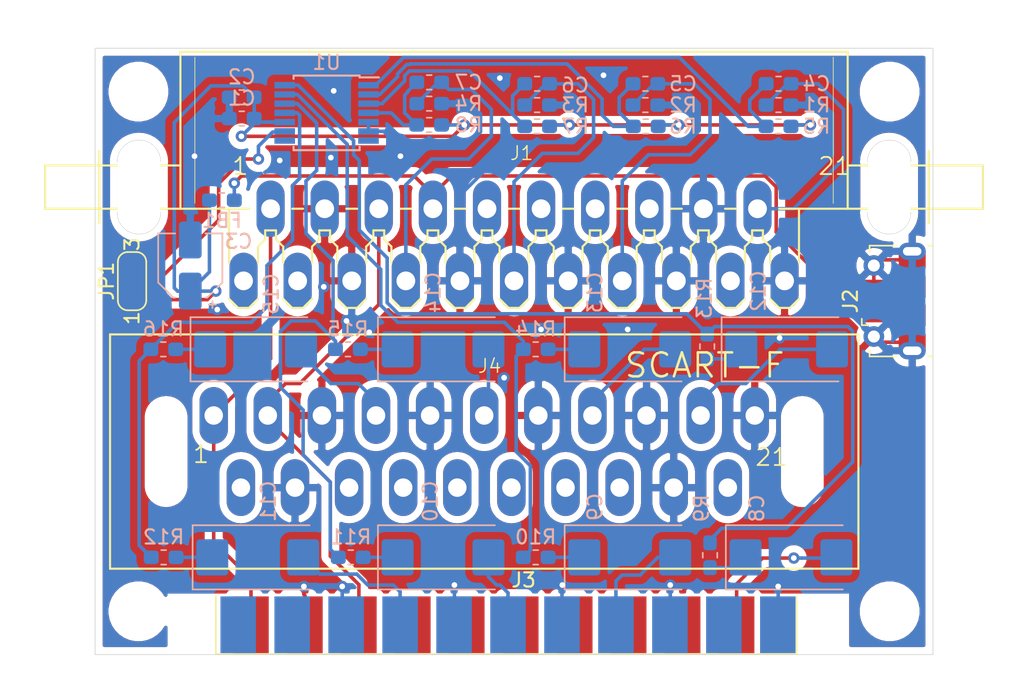
<source format=kicad_pcb>
(kicad_pcb (version 20171130) (host pcbnew "(5.1.0)-1")
  (layers (0 F.Cu signal) (31 B.Cu signal) (34 B.Paste user) (35 F.Paste user) (36 B.SilkS user) (37 F.SilkS user) (38 B.Mask user) (39 F.Mask user) (44 Edge.Cuts user))
  (net 0 "")
  (net 1 5V)
  (net 2 GND)
  (net 3 "Net-(C4-Pad1)")
  (net 4 SYNC_IN)
  (net 5 RED_IN)
  (net 6 "Net-(C5-Pad1)")
  (net 7 "Net-(C6-Pad1)")
  (net 8 GREEN_IN)
  (net 9 BLUE_IN)
  (net 10 "Net-(C7-Pad1)")
  (net 11 "Net-(C8-Pad2)")
  (net 12 "Net-(C8-Pad1)")
  (net 13 "Net-(C9-Pad1)")
  (net 14 "Net-(C9-Pad2)")
  (net 15 "Net-(C10-Pad1)")
  (net 16 "Net-(C10-Pad2)")
  (net 17 "Net-(C11-Pad2)")
  (net 18 "Net-(C11-Pad1)")
  (net 19 "Net-(C12-Pad1)")
  (net 20 "Net-(C12-Pad2)")
  (net 21 "Net-(C13-Pad2)")
  (net 22 "Net-(C13-Pad1)")
  (net 23 "Net-(C14-Pad1)")
  (net 24 "Net-(C14-Pad2)")
  (net 25 "Net-(C15-Pad2)")
  (net 26 "Net-(C15-Pad1)")
  (net 27 "Net-(FB1-Pad2)")
  (net 28 "Net-(J1-Pad1)")
  (net 29 RIGHT)
  (net 30 "Net-(J1-Pad3)")
  (net 31 LEFT)
  (net 32 "Net-(J1-Pad10)")
  (net 33 "Net-(J1-Pad12)")
  (net 34 "Net-(J1-Pad14)")
  (net 35 "Net-(J1-Pad16)")
  (net 36 "Net-(J1-Pad19)")
  (net 37 "Net-(J2-Pad2)")
  (net 38 "Net-(J2-Pad4)")
  (net 39 "Net-(J2-Pad3)")
  (net 40 "Net-(J3-Pad8)")
  (net 41 "Net-(J3-Pad10)")
  (net 42 "Net-(J3-Pad12)")
  (net 43 "Net-(J3-Pad14)")
  (net 44 "Net-(J3-Pad16)")
  (net 45 "Net-(J4-Pad20)")
  (net 46 "Net-(J4-Pad16)")
  (net 47 "Net-(J4-Pad14)")
  (net 48 "Net-(J4-Pad2)")
  (net 49 "Net-(J4-Pad6)")
  (net 50 "Net-(J4-Pad8)")
  (net 51 "Net-(J4-Pad10)")
  (net 52 "Net-(J4-Pad12)")
  (net 53 BYPASS)
  (net 54 "Net-(R10-Pad2)")
  (net 55 "Net-(R11-Pad2)")
  (net 56 "Net-(R12-Pad2)")
  (net 57 "Net-(R13-Pad2)")
  (net 58 "Net-(U1-Pad7)")
  (net 59 "Net-(U1-Pad8)")
  (module Connector_USB:USB_Micro-B_Molex-105017-0001 (layer F.Cu) (at 159.3 41.3 90)
    (fp_text reference J2 (at 0 -3.1125 90) (layer F.SilkS))
    (fp_text value USB_B_Micro)
    (pad 6 smd rect (at 1 1.2375 90) (size 1.5 1.9) (layers F.Cu F.Paste F.Mask) (net 2 GND))
    (pad 2 smd rect (at -0.65 -1.4625 90) (size 0.4 1.35) (layers F.Cu F.Paste F.Mask) (net 37 "Net-(J2-Pad2)"))
    (pad 1 smd rect (at -1.3 -1.4625 90) (size 0.4 1.35) (layers F.Cu F.Paste F.Mask) (net 27 "Net-(FB1-Pad2)"))
    (pad 5 smd rect (at 1.3 -1.4625 90) (size 0.4 1.35) (layers F.Cu F.Paste F.Mask) (net 2 GND))
    (pad 4 smd rect (at 0.65 -1.4625 90) (size 0.4 1.35) (layers F.Cu F.Paste F.Mask) (net 38 "Net-(J2-Pad4)"))
    (pad 3 smd rect (at 0 -1.4625 90) (size 0.4 1.35) (layers F.Cu F.Paste F.Mask) (net 39 "Net-(J2-Pad3)"))
    (pad 6 thru_hole circle (at 2.5 -1.4625 90) (size 1.45 1.45) (drill 0.85) (layers *.Cu *.Mask) (net 2 GND))
    (pad 6 smd rect (at -1 1.2375 90) (size 1.5 1.9) (layers F.Cu F.Paste F.Mask) (net 2 GND))
    (pad 6 thru_hole oval (at -3.5 1.2375 270) (size 1.2 1.9) (drill oval 0.6 1.3) (layers *.Cu *.Mask) (net 2 GND))
    (pad 6 thru_hole oval (at 3.5 1.2375 90) (size 1.2 1.9) (drill oval 0.6 1.3) (layers *.Cu *.Mask) (net 2 GND))
    (pad 6 smd rect (at 2.9 1.2375 90) (size 1.2 1.9) (layers F.Cu F.Mask) (net 2 GND))
    (pad 6 smd rect (at -2.9 1.2375 90) (size 1.2 1.9) (layers F.Cu F.Mask) (net 2 GND))
    (pad 6 thru_hole circle (at -2.5 -1.4625 90) (size 1.45 1.45) (drill 0.85) (layers *.Cu *.Mask) (net 2 GND))
  )
  (module MountingHole:MountingHole_3.2mm_M3 (layer F.Cu) (at 106.05 63.15)
    (fp_text reference REF** hide)
    (fp_text value MountingHole_3.2mm_M3)
    (pad "" np_thru_hole circle (at 0 0) (size 3.2 3.2) (drill 3.2) (layers *.Cu *.Mask))
  )
  (module MountingHole:MountingHole_3.2mm_M3 (layer F.Cu) (at 158.95 63.15)
    (fp_text reference REF** hide)
    (fp_text value MountingHole_3.2mm_M3)
    (pad "" np_thru_hole circle (at 0 0) (size 3.2 3.2) (drill 3.2) (layers *.Cu *.Mask))
  )
  (module MountingHole:MountingHole_3.2mm_M3 (layer F.Cu) (at 106.05 26.55)
    (fp_text reference REF** hide)
    (fp_text value MountingHole_3.2mm_M3)
    (pad "" np_thru_hole circle (at 0 0) (size 3.2 3.2) (drill 3.2) (layers *.Cu *.Mask))
  )
  (module MountingHole:MountingHole_3.2mm_M3 (layer F.Cu) (at 158.95 26.55)
    (fp_text reference REF** hide)
    (fp_text value MountingHole_3.2mm_M3)
    (pad "" np_thru_hole circle (at 0 0) (size 3.2 3.2) (drill 3.2) (layers *.Cu *.Mask))
  )
  (module Capacitor_Tantalum_SMD:CP_EIA-7343-30_AVX-N_Pad2.25x2.55mm_HandSolder (layer B.Cu) (at 127.5 59.35)
    (fp_text reference C10 (at -0.9 -3.95 90) (layer B.SilkS) (effects (justify mirror)))
    (fp_text value 220uF)
    (pad 1 smd roundrect (at -3.2 0) (size 2.25 2.55) (layers B.Cu B.Paste B.Mask) (roundrect_rratio 0.111111) (net 15 "Net-(C10-Pad1)"))
    (pad 2 smd roundrect (at 3.2 0) (size 2.25 2.55) (layers B.Cu B.Paste B.Mask) (roundrect_rratio 0.111111) (net 16 "Net-(C10-Pad2)"))
  )
  (module Capacitor_SMD:C_0603_1608Metric_Pad1.05x0.95mm_HandSolder (layer B.Cu) (at 113.325 28.45 180)
    (fp_text reference C1 (at 0 1.43 180) (layer B.SilkS) (effects (justify mirror)))
    (fp_text value 10nF)
    (pad 1 smd roundrect (at -0.875 0 180) (size 1.05 0.95) (layers B.Cu B.Paste B.Mask) (net 1 5V))
    (pad 2 smd roundrect (at 0.875 0 180) (size 1.05 0.95) (layers B.Cu B.Paste B.Mask) (net 2 GND))
  )
  (module Capacitor_SMD:C_0603_1608Metric_Pad1.05x0.95mm_HandSolder (layer B.Cu) (at 113.325 26.95 180)
    (fp_text reference C2 (at 0 1.43 180) (layer B.SilkS) (effects (justify mirror)))
    (fp_text value 100nF)
    (pad 2 smd roundrect (at 0.875 0 180) (size 1.05 0.95) (layers B.Cu B.Paste B.Mask) (net 2 GND))
    (pad 1 smd roundrect (at -0.875 0 180) (size 1.05 0.95) (layers B.Cu B.Paste B.Mask) (net 1 5V))
  )
  (module Capacitor_SMD:CP_Elec_4x5.4 (layer B.Cu) (at 109.7 38.8 90)
    (fp_text reference C3 (at 1.7 3.4 180) (layer B.SilkS) (effects (justify mirror)))
    (fp_text value 10uF)
    (pad 1 smd roundrect (at -1.8 0 90) (size 2.6 1.6) (layers B.Cu B.Paste B.Mask) (roundrect_rratio 0.15625) (net 1 5V))
    (pad 2 smd roundrect (at 1.8 0 90) (size 2.6 1.6) (layers B.Cu B.Paste B.Mask) (roundrect_rratio 0.15625) (net 2 GND))
  )
  (module Capacitor_SMD:C_0603_1608Metric_Pad1.05x0.95mm_HandSolder (layer B.Cu) (at 151.125 26)
    (fp_text reference C4 (at 2.675 0) (layer B.SilkS) (effects (justify mirror)))
    (fp_text value 100nF)
    (pad 1 smd roundrect (at -0.875 0) (size 1.05 0.95) (layers B.Cu B.Paste B.Mask) (net 3 "Net-(C4-Pad1)"))
    (pad 2 smd roundrect (at 0.875 0) (size 1.05 0.95) (layers B.Cu B.Paste B.Mask) (net 4 SYNC_IN))
  )
  (module Capacitor_SMD:C_0603_1608Metric_Pad1.05x0.95mm_HandSolder (layer B.Cu) (at 141.75 26)
    (fp_text reference C5 (at 2.65 0) (layer B.SilkS) (effects (justify mirror)))
    (fp_text value 100nF)
    (pad 2 smd roundrect (at 0.875 0) (size 1.05 0.95) (layers B.Cu B.Paste B.Mask) (net 5 RED_IN))
    (pad 1 smd roundrect (at -0.875 0) (size 1.05 0.95) (layers B.Cu B.Paste B.Mask) (net 6 "Net-(C5-Pad1)"))
  )
  (module Capacitor_SMD:C_0603_1608Metric_Pad1.05x0.95mm_HandSolder (layer B.Cu) (at 134.125 26)
    (fp_text reference C6 (at 2.675 0.1) (layer B.SilkS) (effects (justify mirror)))
    (fp_text value 100nF)
    (pad 1 smd roundrect (at -0.875 0) (size 1.05 0.95) (layers B.Cu B.Paste B.Mask) (net 7 "Net-(C6-Pad1)"))
    (pad 2 smd roundrect (at 0.875 0) (size 1.05 0.95) (layers B.Cu B.Paste B.Mask) (net 8 GREEN_IN))
  )
  (module Capacitor_SMD:C_0603_1608Metric_Pad1.05x0.95mm_HandSolder (layer B.Cu) (at 126.525 25.9)
    (fp_text reference C7 (at 2.775 0) (layer B.SilkS) (effects (justify mirror)))
    (fp_text value 100nF)
    (pad 2 smd roundrect (at 0.875 0) (size 1.05 0.95) (layers B.Cu B.Paste B.Mask) (net 9 BLUE_IN))
    (pad 1 smd roundrect (at -0.875 0) (size 1.05 0.95) (layers B.Cu B.Paste B.Mask) (net 10 "Net-(C7-Pad1)"))
  )
  (module Capacitor_Tantalum_SMD:CP_EIA-7343-30_AVX-N_Pad2.25x2.55mm_HandSolder (layer B.Cu) (at 152 59.35)
    (fp_text reference C8 (at -2.4 -3.45 90) (layer B.SilkS) (effects (justify mirror)))
    (fp_text value 220uF)
    (pad 2 smd roundrect (at 3.2 0) (size 2.25 2.55) (layers B.Cu B.Paste B.Mask) (roundrect_rratio 0.111111) (net 11 "Net-(C8-Pad2)"))
    (pad 1 smd roundrect (at -3.2 0) (size 2.25 2.55) (layers B.Cu B.Paste B.Mask) (roundrect_rratio 0.111111) (net 12 "Net-(C8-Pad1)"))
  )
  (module Capacitor_Tantalum_SMD:CP_EIA-7343-30_AVX-N_Pad2.25x2.55mm_HandSolder (layer B.Cu) (at 140.65 59.35)
    (fp_text reference C9 (at -2.45 -3.55 90) (layer B.SilkS) (effects (justify mirror)))
    (fp_text value 220uF)
    (pad 1 smd roundrect (at -3.2 0) (size 2.25 2.55) (layers B.Cu B.Paste B.Mask) (roundrect_rratio 0.111111) (net 13 "Net-(C9-Pad1)"))
    (pad 2 smd roundrect (at 3.2 0) (size 2.25 2.55) (layers B.Cu B.Paste B.Mask) (roundrect_rratio 0.111111) (net 14 "Net-(C9-Pad2)"))
  )
  (module Capacitor_Tantalum_SMD:CP_EIA-7343-30_AVX-N_Pad2.25x2.55mm_HandSolder (layer B.Cu) (at 114.45 59.35)
    (fp_text reference C11 (at 0.75 -3.95 90) (layer B.SilkS) (effects (justify mirror)))
    (fp_text value 220uF)
    (pad 2 smd roundrect (at 3.2 0) (size 2.25 2.55) (layers B.Cu B.Paste B.Mask) (roundrect_rratio 0.111111) (net 17 "Net-(C11-Pad2)"))
    (pad 1 smd roundrect (at -3.2 0) (size 2.25 2.55) (layers B.Cu B.Paste B.Mask) (roundrect_rratio 0.111111) (net 18 "Net-(C11-Pad1)"))
  )
  (module Capacitor_Tantalum_SMD:CP_EIA-7343-30_AVX-N_Pad2.25x2.55mm_HandSolder (layer B.Cu) (at 151.7 44.7)
    (fp_text reference C12 (at -2 -4.1 90) (layer B.SilkS) (effects (justify mirror)))
    (fp_text value 220uF)
    (pad 1 smd roundrect (at -3.2 0) (size 2.25 2.55) (layers B.Cu B.Paste B.Mask) (roundrect_rratio 0.111111) (net 19 "Net-(C12-Pad1)"))
    (pad 2 smd roundrect (at 3.2 0) (size 2.25 2.55) (layers B.Cu B.Paste B.Mask) (roundrect_rratio 0.111111) (net 20 "Net-(C12-Pad2)"))
  )
  (module Capacitor_Tantalum_SMD:CP_EIA-7343-30_AVX-N_Pad2.25x2.55mm_HandSolder (layer B.Cu) (at 140.65 44.7)
    (fp_text reference C13 (at -2.45 -4 90) (layer B.SilkS) (effects (justify mirror)))
    (fp_text value 220uF)
    (pad 2 smd roundrect (at 3.2 0) (size 2.25 2.55) (layers B.Cu B.Paste B.Mask) (roundrect_rratio 0.111111) (net 21 "Net-(C13-Pad2)"))
    (pad 1 smd roundrect (at -3.2 0) (size 2.25 2.55) (layers B.Cu B.Paste B.Mask) (roundrect_rratio 0.111111) (net 22 "Net-(C13-Pad1)"))
  )
  (module Capacitor_Tantalum_SMD:CP_EIA-7343-30_AVX-N_Pad2.25x2.55mm_HandSolder (layer B.Cu) (at 127.5 44.7)
    (fp_text reference C14 (at -0.7 -4 90) (layer B.SilkS) (effects (justify mirror)))
    (fp_text value 220uF)
    (pad 1 smd roundrect (at -3.2 0) (size 2.25 2.55) (layers B.Cu B.Paste B.Mask) (roundrect_rratio 0.111111) (net 23 "Net-(C14-Pad1)"))
    (pad 2 smd roundrect (at 3.2 0) (size 2.25 2.55) (layers B.Cu B.Paste B.Mask) (roundrect_rratio 0.111111) (net 24 "Net-(C14-Pad2)"))
  )
  (module Capacitor_Tantalum_SMD:CP_EIA-7343-30_AVX-N_Pad2.25x2.55mm_HandSolder (layer B.Cu) (at 114.3 44.7)
    (fp_text reference C15 (at 1.1 -3.9 90) (layer B.SilkS) (effects (justify mirror)))
    (fp_text value 220uF)
    (pad 2 smd roundrect (at 3.2 0) (size 2.25 2.55) (layers B.Cu B.Paste B.Mask) (roundrect_rratio 0.111111) (net 25 "Net-(C15-Pad2)"))
    (pad 1 smd roundrect (at -3.2 0) (size 2.25 2.55) (layers B.Cu B.Paste B.Mask) (roundrect_rratio 0.111111) (net 26 "Net-(C15-Pad1)"))
  )
  (module Inductor_SMD:L_0603_1608Metric_Pad1.05x0.95mm_HandSolder (layer B.Cu) (at 111.925 34.2)
    (fp_text reference FB1 (at 0 1.43) (layer B.SilkS) (effects (justify mirror)))
    (fp_text value 220)
    (pad 1 smd roundrect (at -0.875 0) (size 1.05 0.95) (layers B.Cu B.Paste B.Mask) (net 1 5V))
    (pad 2 smd roundrect (at 0.875 0) (size 1.05 0.95) (layers B.Cu B.Paste B.Mask) (net 27 "Net-(FB1-Pad2)"))
  )
  (module Tinkerplunk:SCART-F-RA (layer F.Cu) (at 132.5 34.8 180)
    (fp_text reference J1 (at 0.35 3.35 180) (layer F.SilkS) (effects (font (size 0.9652 0.9652) (thickness 0.09652)) (justify left bottom)))
    (fp_text value SCART-F)
    (fp_line (start 24.892 3.302) (end 24.892 -0.254) (layer Edge.Cuts) (width 0.0024))
    (fp_arc (start 26.416 3.302) (end 24.892 3.302) (angle -180) (layer Edge.Cuts) (width 0.05))
    (fp_arc (start 26.416 -0.253999) (end 24.892 -0.254) (angle 180) (layer Edge.Cuts) (width 0.05))
    (fp_line (start 27.94 -0.254) (end 27.94 3.302) (layer Edge.Cuts) (width 0.0024))
    (fp_line (start -27.94 3.302) (end -27.94 -0.254) (layer Edge.Cuts) (width 0.0024))
    (fp_arc (start -26.416 3.302) (end -27.94 3.302) (angle -180) (layer Edge.Cuts) (width 0.05))
    (fp_arc (start -26.416 -0.253999) (end -27.94 -0.254) (angle 180) (layer Edge.Cuts) (width 0.05))
    (fp_line (start -24.892 -0.254) (end -24.892 3.302) (layer Edge.Cuts) (width 0.0024))
    (fp_text user 1 (at 19.939 2.286 180) (layer F.SilkS) (effects (font (size 1.2065 1.2065) (thickness 0.127)) (justify left bottom)))
    (fp_text user 21 (at -21.336 2.286 180) (layer F.SilkS) (effects (font (size 1.2065 1.2065) (thickness 0.127)) (justify left bottom)))
    (pad 1 thru_hole oval (at 19.05 -5.08 270) (size 3.9624 1.9812) (drill 1.3208) (layers *.Cu *.Mask) (net 28 "Net-(J1-Pad1)"))
    (pad 2 thru_hole oval (at 17.145 0 270) (size 3.9624 1.9812) (drill 1.3208) (layers *.Cu *.Mask) (net 29 RIGHT))
    (pad 3 thru_hole oval (at 15.24 -5.08 270) (size 3.9624 1.9812) (drill 1.3208) (layers *.Cu *.Mask) (net 30 "Net-(J1-Pad3)"))
    (pad 4 thru_hole oval (at 13.335 0 270) (size 3.9624 1.9812) (drill 1.3208) (layers *.Cu *.Mask) (net 2 GND))
    (pad 5 thru_hole oval (at 11.43 -5.08 270) (size 3.9624 1.9812) (drill 1.3208) (layers *.Cu *.Mask) (net 2 GND))
    (pad 6 thru_hole oval (at 9.525 0 270) (size 3.9624 1.9812) (drill 1.3208) (layers *.Cu *.Mask) (net 31 LEFT))
    (pad 7 thru_hole oval (at 7.62 -5.08 270) (size 3.9624 1.9812) (drill 1.3208) (layers *.Cu *.Mask) (net 9 BLUE_IN))
    (pad 8 thru_hole oval (at 5.715 0 270) (size 3.9624 1.9812) (drill 1.3208) (layers *.Cu *.Mask) (net 27 "Net-(FB1-Pad2)"))
    (pad 9 thru_hole oval (at 3.81 -5.08 270) (size 3.9624 1.9812) (drill 1.3208) (layers *.Cu *.Mask) (net 2 GND))
    (pad 10 thru_hole oval (at 1.905 0 270) (size 3.9624 1.9812) (drill 1.3208) (layers *.Cu *.Mask) (net 32 "Net-(J1-Pad10)"))
    (pad 11 thru_hole oval (at 0 -5.08 270) (size 3.9624 1.9812) (drill 1.3208) (layers *.Cu *.Mask) (net 8 GREEN_IN))
    (pad 12 thru_hole oval (at -1.905 0 270) (size 3.9624 1.9812) (drill 1.3208) (layers *.Cu *.Mask) (net 33 "Net-(J1-Pad12)"))
    (pad 13 thru_hole oval (at -3.81 -5.08 270) (size 3.9624 1.9812) (drill 1.3208) (layers *.Cu *.Mask) (net 2 GND))
    (pad 14 thru_hole oval (at -5.715 0 270) (size 3.9624 1.9812) (drill 1.3208) (layers *.Cu *.Mask) (net 34 "Net-(J1-Pad14)"))
    (pad 15 thru_hole oval (at -7.62 -5.08 270) (size 3.9624 1.9812) (drill 1.3208) (layers *.Cu *.Mask) (net 5 RED_IN))
    (pad 16 thru_hole oval (at -9.525 0 270) (size 3.9624 1.9812) (drill 1.3208) (layers *.Cu *.Mask) (net 35 "Net-(J1-Pad16)"))
    (pad 17 thru_hole oval (at -11.43 -5.08 270) (size 3.9624 1.9812) (drill 1.3208) (layers *.Cu *.Mask) (net 2 GND))
    (pad 18 thru_hole oval (at -13.335 0 270) (size 3.9624 1.9812) (drill 1.3208) (layers *.Cu *.Mask) (net 2 GND))
    (pad 19 thru_hole oval (at -15.24 -5.08 270) (size 3.9624 1.9812) (drill 1.3208) (layers *.Cu *.Mask) (net 36 "Net-(J1-Pad19)"))
    (pad 20 thru_hole oval (at -17.145 0 270) (size 3.9624 1.9812) (drill 1.3208) (layers *.Cu *.Mask) (net 4 SYNC_IN))
    (pad 21 thru_hole oval (at -19.05 -5.08 270) (size 3.9624 1.9812) (drill 1.3208) (layers *.Cu *.Mask) (net 2 GND))
    (pad "" np_thru_hole circle (at 26.416 -0.254 180) (size 3.0226 3.0226) (drill 3.0226) (layers *.Cu *.Mask))
    (pad "" np_thru_hole circle (at 26.416 3.302 180) (size 3.0226 3.0226) (drill 3.0226) (layers *.Cu *.Mask))
    (pad "" np_thru_hole circle (at -26.416 -0.254 180) (size 3.0226 3.0226) (drill 3.0226) (layers *.Cu *.Mask))
    (pad "" np_thru_hole circle (at -26.416 3.302 180) (size 3.0226 3.0226) (drill 3.0226) (layers *.Cu *.Mask))
  )
  (module Tinkerplunk:MALE_SCART (layer F.Cu) (at 111.5 66.1)
    (fp_text reference J3 (at 21.675 -5.15) (layer F.SilkS))
    (fp_text value SCART-F)
    (pad 2 smd rect (at 2.475 -2) (size 2.5 4) (layers F.Cu F.Paste F.Mask) (net 29 RIGHT))
    (pad 4 smd rect (at 6.275 -2) (size 2.5 4) (layers F.Cu F.Paste F.Mask) (net 2 GND))
    (pad 6 smd rect (at 10.075 -2) (size 2.5 4) (layers F.Cu F.Paste F.Mask) (net 31 LEFT))
    (pad 8 smd rect (at 13.875 -2) (size 2.5 4) (layers F.Cu F.Paste F.Mask) (net 40 "Net-(J3-Pad8)"))
    (pad 10 smd rect (at 17.675 -2) (size 2.5 4) (layers F.Cu F.Paste F.Mask) (net 41 "Net-(J3-Pad10)"))
    (pad 12 smd rect (at 21.475 -2) (size 2.5 4) (layers F.Cu F.Paste F.Mask) (net 42 "Net-(J3-Pad12)"))
    (pad 14 smd rect (at 25.275 -2) (size 2.5 4) (layers F.Cu F.Paste F.Mask) (net 43 "Net-(J3-Pad14)"))
    (pad 16 smd rect (at 29.075 -2) (size 2.5 4) (layers F.Cu F.Paste F.Mask) (net 44 "Net-(J3-Pad16)"))
    (pad 18 smd rect (at 32.875 -2) (size 2.5 4) (layers F.Cu F.Paste F.Mask) (net 2 GND))
    (pad 20 smd rect (at 36.675 -2) (size 2.5 4) (layers F.Cu F.Paste F.Mask) (net 11 "Net-(C8-Pad2)"))
    (pad 1 smd rect (at 1.575 -2) (size 2.5 4) (layers B.Cu B.Paste B.Mask))
    (pad 3 smd rect (at 5.375 -2) (size 2.5 4) (layers B.Cu B.Paste B.Mask))
    (pad 5 smd rect (at 9.175 -2) (size 2.5 4) (layers B.Cu B.Paste B.Mask) (net 2 GND))
    (pad 7 smd rect (at 12.975 -2) (size 2.5 4) (layers B.Cu B.Paste B.Mask) (net 17 "Net-(C11-Pad2)"))
    (pad 9 smd rect (at 16.775 -2) (size 2.5 4) (layers B.Cu B.Paste B.Mask) (net 2 GND))
    (pad 11 smd rect (at 20.575 -2) (size 2.5 4) (layers B.Cu B.Paste B.Mask) (net 16 "Net-(C10-Pad2)"))
    (pad 13 smd rect (at 24.375 -2) (size 2.5 4) (layers B.Cu B.Paste B.Mask) (net 2 GND))
    (pad 15 smd rect (at 28.175 -2) (size 2.5 4) (layers B.Cu B.Paste B.Mask) (net 14 "Net-(C9-Pad2)"))
    (pad 17 smd rect (at 31.975 -2) (size 2.5 4) (layers B.Cu B.Paste B.Mask) (net 2 GND))
    (pad 19 smd rect (at 35.775 -2) (size 2.5 4) (layers B.Cu B.Paste B.Mask))
    (pad 21 smd rect (at 39.575 -2) (size 2.5 4) (layers B.Cu B.Paste B.Mask) (net 2 GND))
  )
  (module Tinkerplunk:SCART_F_VERT (layer F.Cu) (at 130.4 51.9 180)
    (fp_text reference J4 (at 0.508 5.461 180) (layer F.SilkS) (effects (font (size 0.9652 0.9652) (thickness 0.09652)) (justify left bottom)))
    (fp_text value SCART-F)
    (fp_text user SCART-F (at -9.779 5.08 180) (layer F.SilkS) (effects (font (size 1.6891 1.6891) (thickness 0.1778)) (justify left bottom)))
    (fp_text user 21 (at -19 -1.1 180) (layer F.SilkS) (effects (font (size 1.2065 1.2065) (thickness 0.127)) (justify left bottom)))
    (fp_text user 1 (at 20.6 -0.9 180) (layer F.SilkS) (effects (font (size 1.2065 1.2065) (thickness 0.127)) (justify left bottom)))
    (pad 20 thru_hole oval (at -17.155 -2.54 180) (size 2 4) (drill 1.3) (layers *.Cu *.Mask) (net 45 "Net-(J4-Pad20)"))
    (pad 18 thru_hole oval (at -13.345 -2.54 180) (size 2 4) (drill 1.3) (layers *.Cu *.Mask) (net 2 GND))
    (pad 16 thru_hole oval (at -9.535 -2.54 180) (size 2 4) (drill 1.3) (layers *.Cu *.Mask) (net 46 "Net-(J4-Pad16)"))
    (pad 14 thru_hole oval (at -5.725 -2.54 180) (size 2 4) (drill 1.3) (layers *.Cu *.Mask) (net 47 "Net-(J4-Pad14)"))
    (pad 2 thru_hole oval (at 17.135 -2.54 180) (size 2 4) (drill 1.3) (layers *.Cu *.Mask) (net 48 "Net-(J4-Pad2)"))
    (pad 4 thru_hole oval (at 13.325 -2.54 180) (size 2 4) (drill 1.3) (layers *.Cu *.Mask) (net 2 GND))
    (pad 6 thru_hole oval (at 9.515 -2.54 180) (size 2 4) (drill 1.3) (layers *.Cu *.Mask) (net 49 "Net-(J4-Pad6)"))
    (pad 8 thru_hole oval (at 5.705 -2.54 180) (size 2 4) (drill 1.3) (layers *.Cu *.Mask) (net 50 "Net-(J4-Pad8)"))
    (pad 10 thru_hole oval (at 1.895 -2.54 180) (size 2 4) (drill 1.3) (layers *.Cu *.Mask) (net 51 "Net-(J4-Pad10)"))
    (pad 12 thru_hole oval (at -1.915 -2.54 180) (size 2 4) (drill 1.3) (layers *.Cu *.Mask) (net 52 "Net-(J4-Pad12)"))
    (pad 1 thru_hole oval (at 19.05 2.54 180) (size 2 4) (drill 1.3) (layers *.Cu *.Mask) (net 29 RIGHT))
    (pad 3 thru_hole oval (at 15.24 2.54 180) (size 2 4) (drill 1.3) (layers *.Cu *.Mask) (net 31 LEFT))
    (pad 5 thru_hole oval (at 11.43 2.54 180) (size 2 4) (drill 1.3) (layers *.Cu *.Mask) (net 2 GND))
    (pad 7 thru_hole oval (at 7.62 2.54 180) (size 2 4) (drill 1.3) (layers *.Cu *.Mask) (net 25 "Net-(C15-Pad2)"))
    (pad 9 thru_hole oval (at 3.81 2.54 180) (size 2 4) (drill 1.3) (layers *.Cu *.Mask) (net 2 GND))
    (pad 21 thru_hole oval (at -19.05 2.54 180) (size 2 4) (drill 1.3) (layers *.Cu *.Mask) (net 2 GND))
    (pad 19 thru_hole oval (at -15.24 2.54 180) (size 2 4) (drill 1.3) (layers *.Cu *.Mask) (net 20 "Net-(C12-Pad2)"))
    (pad 17 thru_hole oval (at -11.43 2.54 180) (size 2 4) (drill 1.3) (layers *.Cu *.Mask) (net 2 GND))
    (pad 15 thru_hole oval (at -7.62 2.54 180) (size 2 4) (drill 1.3) (layers *.Cu *.Mask) (net 21 "Net-(C13-Pad2)"))
    (pad 13 thru_hole oval (at -3.81 2.54 180) (size 2 4) (drill 1.3) (layers *.Cu *.Mask) (net 2 GND))
    (pad 11 thru_hole oval (at 0 2.54 180) (size 2 4) (drill 1.3) (layers *.Cu *.Mask) (net 24 "Net-(C14-Pad2)"))
    (pad "" np_thru_hole oval (at -22.4 0 180) (size 2 6.8) (drill oval 2 6.8) (layers *.Cu *.Mask))
    (pad "" np_thru_hole oval (at 22.4 0 180) (size 2 6.8) (drill oval 2 6.8) (layers *.Cu *.Mask))
  )
  (module Jumper:SolderJumper-3_P1.3mm_Open_RoundedPad1.0x1.5mm_NumberLabels (layer F.Cu) (at 105.6 39.9 90)
    (fp_text reference JP1 (at 0 -1.8 90) (layer F.SilkS))
    (fp_text value SolderJumper_3_Bridged12)
    (fp_text user 3 (at 2.6 0 90) (layer F.SilkS))
    (fp_text user 1 (at -2.6 0 90) (layer F.SilkS))
    (pad 1 smd custom (at -1.3 0 90) (size 1 0.5) (layers F.Cu F.Mask) (net 1 5V) (options (clearance outline) (anchor rect)) (primitives (gr_circle (center 0 0.25) (end 0.5 0.25) (width 0)) (gr_circle (center 0 -0.25) (end 0.5 -0.25) (width 0)) (gr_poly (pts (xy 0.55 -0.75) (xy 0 -0.75) (xy 0 0.75) (xy 0.55 0.75)) (width 0))))
    (pad 3 smd custom (at 1.3 0 90) (size 1 0.5) (layers F.Cu F.Mask) (net 2 GND) (options (clearance outline) (anchor rect)) (primitives (gr_circle (center 0 0.25) (end 0.5 0.25) (width 0)) (gr_circle (center 0 -0.25) (end 0.5 -0.25) (width 0)) (gr_poly (pts (xy -0.55 -0.75) (xy 0 -0.75) (xy 0 0.75) (xy -0.55 0.75)) (width 0))))
    (pad 2 smd rect (at 0 0 90) (size 1 1.5) (layers F.Cu F.Mask) (net 53 BYPASS))
  )
  (module Resistor_SMD:R_0603_1608Metric_Pad1.05x0.95mm_HandSolder (layer B.Cu) (at 151.125 27.5 180)
    (fp_text reference R1 (at -2.675 0 180) (layer B.SilkS) (effects (justify mirror)))
    (fp_text value 75)
    (pad 2 smd roundrect (at 0.875 0 180) (size 1.05 0.95) (layers B.Cu B.Paste B.Mask) (net 4 SYNC_IN))
    (pad 1 smd roundrect (at -0.875 0 180) (size 1.05 0.95) (layers B.Cu B.Paste B.Mask) (net 2 GND))
  )
  (module Resistor_SMD:R_0603_1608Metric_Pad1.05x0.95mm_HandSolder (layer B.Cu) (at 141.75 27.5 180)
    (fp_text reference R2 (at -2.65 0 180) (layer B.SilkS) (effects (justify mirror)))
    (fp_text value 75)
    (pad 1 smd roundrect (at -0.875 0 180) (size 1.05 0.95) (layers B.Cu B.Paste B.Mask) (net 2 GND))
    (pad 2 smd roundrect (at 0.875 0 180) (size 1.05 0.95) (layers B.Cu B.Paste B.Mask) (net 5 RED_IN))
  )
  (module Resistor_SMD:R_0603_1608Metric_Pad1.05x0.95mm_HandSolder (layer B.Cu) (at 134.125 27.5 180)
    (fp_text reference R3 (at -2.675 0 180) (layer B.SilkS) (effects (justify mirror)))
    (fp_text value 75)
    (pad 2 smd roundrect (at 0.875 0 180) (size 1.05 0.95) (layers B.Cu B.Paste B.Mask) (net 8 GREEN_IN))
    (pad 1 smd roundrect (at -0.875 0 180) (size 1.05 0.95) (layers B.Cu B.Paste B.Mask) (net 2 GND))
  )
  (module Resistor_SMD:R_0603_1608Metric_Pad1.05x0.95mm_HandSolder (layer B.Cu) (at 126.525 27.4 180)
    (fp_text reference R4 (at -2.775 0 180) (layer B.SilkS) (effects (justify mirror)))
    (fp_text value 75)
    (pad 1 smd roundrect (at -0.875 0 180) (size 1.05 0.95) (layers B.Cu B.Paste B.Mask) (net 2 GND))
    (pad 2 smd roundrect (at 0.875 0 180) (size 1.05 0.95) (layers B.Cu B.Paste B.Mask) (net 9 BLUE_IN))
  )
  (module Resistor_SMD:R_0603_1608Metric_Pad1.05x0.95mm_HandSolder (layer B.Cu) (at 141.775 29)
    (fp_text reference R6 (at 2.625 0) (layer B.SilkS) (effects (justify mirror)))
    (fp_text value 5.6M)
    (pad 2 smd roundrect (at 0.875 0) (size 1.05 0.95) (layers B.Cu B.Paste B.Mask) (net 1 5V))
    (pad 1 smd roundrect (at -0.875 0) (size 1.05 0.95) (layers B.Cu B.Paste B.Mask) (net 6 "Net-(C5-Pad1)"))
  )
  (module Resistor_SMD:R_0603_1608Metric_Pad1.05x0.95mm_HandSolder (layer B.Cu) (at 134.125 29)
    (fp_text reference R7 (at 2.675 0) (layer B.SilkS) (effects (justify mirror)))
    (fp_text value 5.6M)
    (pad 1 smd roundrect (at -0.875 0) (size 1.05 0.95) (layers B.Cu B.Paste B.Mask) (net 7 "Net-(C6-Pad1)"))
    (pad 2 smd roundrect (at 0.875 0) (size 1.05 0.95) (layers B.Cu B.Paste B.Mask) (net 1 5V))
  )
  (module Resistor_SMD:R_0603_1608Metric_Pad1.05x0.95mm_HandSolder (layer B.Cu) (at 126.525 28.9)
    (fp_text reference R8 (at 2.775 0) (layer B.SilkS) (effects (justify mirror)))
    (fp_text value 5.6M)
    (pad 1 smd roundrect (at -0.875 0) (size 1.05 0.95) (layers B.Cu B.Paste B.Mask) (net 10 "Net-(C7-Pad1)"))
    (pad 2 smd roundrect (at 0.875 0) (size 1.05 0.95) (layers B.Cu B.Paste B.Mask) (net 1 5V))
  )
  (module Resistor_SMD:R_0603_1608Metric_Pad1.05x0.95mm_HandSolder (layer B.Cu) (at 146.3 59.2 90)
    (fp_text reference R9 (at 3.3 -0.6 90) (layer B.SilkS) (effects (justify mirror)))
    (fp_text value 75)
    (pad 2 smd roundrect (at 0.875 0 90) (size 1.05 0.95) (layers B.Cu B.Paste B.Mask) (net 57 "Net-(R13-Pad2)"))
    (pad 1 smd roundrect (at -0.875 0 90) (size 1.05 0.95) (layers B.Cu B.Paste B.Mask) (net 12 "Net-(C8-Pad1)"))
  )
  (module Resistor_SMD:R_0603_1608Metric_Pad1.05x0.95mm_HandSolder (layer B.Cu) (at 134.025 59.35 180)
    (fp_text reference R10 (at 0 1.43 180) (layer B.SilkS) (effects (justify mirror)))
    (fp_text value 75)
    (pad 2 smd roundrect (at 0.875 0 180) (size 1.05 0.95) (layers B.Cu B.Paste B.Mask) (net 54 "Net-(R10-Pad2)"))
    (pad 1 smd roundrect (at -0.875 0 180) (size 1.05 0.95) (layers B.Cu B.Paste B.Mask) (net 13 "Net-(C9-Pad1)"))
  )
  (module Resistor_SMD:R_0603_1608Metric_Pad1.05x0.95mm_HandSolder (layer B.Cu) (at 121 59.35 180)
    (fp_text reference R11 (at 0 1.43 180) (layer B.SilkS) (effects (justify mirror)))
    (fp_text value 75)
    (pad 1 smd roundrect (at -0.875 0 180) (size 1.05 0.95) (layers B.Cu B.Paste B.Mask) (net 15 "Net-(C10-Pad1)"))
    (pad 2 smd roundrect (at 0.875 0 180) (size 1.05 0.95) (layers B.Cu B.Paste B.Mask) (net 55 "Net-(R11-Pad2)"))
  )
  (module Resistor_SMD:R_0603_1608Metric_Pad1.05x0.95mm_HandSolder (layer B.Cu) (at 107.825 59.35 180)
    (fp_text reference R12 (at 0 1.43 180) (layer B.SilkS) (effects (justify mirror)))
    (fp_text value 75)
    (pad 2 smd roundrect (at 0.875 0 180) (size 1.05 0.95) (layers B.Cu B.Paste B.Mask) (net 56 "Net-(R12-Pad2)"))
    (pad 1 smd roundrect (at -0.875 0 180) (size 1.05 0.95) (layers B.Cu B.Paste B.Mask) (net 18 "Net-(C11-Pad1)"))
  )
  (module Resistor_SMD:R_0603_1608Metric_Pad1.05x0.95mm_HandSolder (layer B.Cu) (at 146.1 44.5 90)
    (fp_text reference R13 (at 3.4 -0.2 90) (layer B.SilkS) (effects (justify mirror)))
    (fp_text value 75)
    (pad 1 smd roundrect (at -0.875 0 90) (size 1.05 0.95) (layers B.Cu B.Paste B.Mask) (net 19 "Net-(C12-Pad1)"))
    (pad 2 smd roundrect (at 0.875 0 90) (size 1.05 0.95) (layers B.Cu B.Paste B.Mask) (net 57 "Net-(R13-Pad2)"))
  )
  (module Resistor_SMD:R_0603_1608Metric_Pad1.05x0.95mm_HandSolder (layer B.Cu) (at 134.025 44.7 180)
    (fp_text reference R14 (at 0 1.43 180) (layer B.SilkS) (effects (justify mirror)))
    (fp_text value 75)
    (pad 1 smd roundrect (at -0.875 0 180) (size 1.05 0.95) (layers B.Cu B.Paste B.Mask) (net 22 "Net-(C13-Pad1)"))
    (pad 2 smd roundrect (at 0.875 0 180) (size 1.05 0.95) (layers B.Cu B.Paste B.Mask) (net 54 "Net-(R10-Pad2)"))
  )
  (module Resistor_SMD:R_0603_1608Metric_Pad1.05x0.95mm_HandSolder (layer B.Cu) (at 120.8 44.7 180)
    (fp_text reference R15 (at 0 1.43 180) (layer B.SilkS) (effects (justify mirror)))
    (fp_text value 75)
    (pad 2 smd roundrect (at 0.875 0 180) (size 1.05 0.95) (layers B.Cu B.Paste B.Mask) (net 55 "Net-(R11-Pad2)"))
    (pad 1 smd roundrect (at -0.875 0 180) (size 1.05 0.95) (layers B.Cu B.Paste B.Mask) (net 23 "Net-(C14-Pad1)"))
  )
  (module Resistor_SMD:R_0603_1608Metric_Pad1.05x0.95mm_HandSolder (layer B.Cu) (at 107.8 44.7 180)
    (fp_text reference R16 (at 0 1.43 180) (layer B.SilkS) (effects (justify mirror)))
    (fp_text value 75)
    (pad 1 smd roundrect (at -0.875 0 180) (size 1.05 0.95) (layers B.Cu B.Paste B.Mask) (net 26 "Net-(C15-Pad1)"))
    (pad 2 smd roundrect (at 0.875 0 180) (size 1.05 0.95) (layers B.Cu B.Paste B.Mask) (net 56 "Net-(R12-Pad2)"))
  )
  (module Package_SO:TSSOP-14_4.4x5mm_P0.65mm (layer B.Cu) (at 119.3 28.05 180)
    (fp_text reference U1 (at 0 3.55 180) (layer B.SilkS) (effects (justify mirror)))
    (fp_text value THS7374)
    (pad 1 smd rect (at -2.95 1.95 180) (size 1.45 0.45) (layers B.Cu B.Paste B.Mask) (net 3 "Net-(C4-Pad1)"))
    (pad 2 smd rect (at -2.95 1.3 180) (size 1.45 0.45) (layers B.Cu B.Paste B.Mask) (net 6 "Net-(C5-Pad1)"))
    (pad 3 smd rect (at -2.95 0.65 180) (size 1.45 0.45) (layers B.Cu B.Paste B.Mask) (net 7 "Net-(C6-Pad1)"))
    (pad 4 smd rect (at -2.95 0 180) (size 1.45 0.45) (layers B.Cu B.Paste B.Mask) (net 10 "Net-(C7-Pad1)"))
    (pad 5 smd rect (at -2.95 -0.65 180) (size 1.45 0.45) (layers B.Cu B.Paste B.Mask) (net 2 GND))
    (pad 6 smd rect (at -2.95 -1.3 180) (size 1.45 0.45) (layers B.Cu B.Paste B.Mask) (net 2 GND))
    (pad 7 smd rect (at -2.95 -1.95 180) (size 1.45 0.45) (layers B.Cu B.Paste B.Mask) (net 58 "Net-(U1-Pad7)"))
    (pad 8 smd rect (at 2.95 -1.95 180) (size 1.45 0.45) (layers B.Cu B.Paste B.Mask) (net 59 "Net-(U1-Pad8)"))
    (pad 9 smd rect (at 2.95 -1.3 180) (size 1.45 0.45) (layers B.Cu B.Paste B.Mask) (net 53 BYPASS))
    (pad 10 smd rect (at 2.95 -0.65 180) (size 1.45 0.45) (layers B.Cu B.Paste B.Mask) (net 1 5V))
    (pad 11 smd rect (at 2.95 0 180) (size 1.45 0.45) (layers B.Cu B.Paste B.Mask) (net 56 "Net-(R12-Pad2)"))
    (pad 12 smd rect (at 2.95 0.65 180) (size 1.45 0.45) (layers B.Cu B.Paste B.Mask) (net 55 "Net-(R11-Pad2)"))
    (pad 13 smd rect (at 2.95 1.3 180) (size 1.45 0.45) (layers B.Cu B.Paste B.Mask) (net 54 "Net-(R10-Pad2)"))
    (pad 14 smd rect (at 2.95 1.95 180) (size 1.45 0.45) (layers B.Cu B.Paste B.Mask) (net 57 "Net-(R13-Pad2)"))
  )
  (module Resistor_SMD:R_0603_1608Metric_Pad1.05x0.95mm_HandSolder (layer B.Cu) (at 151.125 29)
    (fp_text reference R5 (at 2.675 0) (layer B.SilkS) (effects (justify mirror)))
    (fp_text value 5.6M)
    (pad 1 smd roundrect (at -0.875 0) (size 1.05 0.95) (layers B.Cu B.Paste B.Mask) (net 3 "Net-(C4-Pad1)"))
    (pad 2 smd roundrect (at 0.875 0) (size 1.05 0.95) (layers B.Cu B.Paste B.Mask) (net 1 5V))
  )
  (gr_line (start 103 66.2) (end 162 66.2) (layer Edge.Cuts) (width 0.05))
  (gr_line (start 103 36) (end 103 66.2) (layer Edge.Cuts) (width 0.05))
  (gr_line (start 162 23.5) (end 162 66.2) (layer Edge.Cuts) (width 0.05))
  (gr_line (start 103 23.5) (end 162 23.5) (layer Edge.Cuts) (width 0.05))
  (gr_line (start 103 36) (end 103 23.5) (layer Edge.Cuts) (width 0.05))
  (segment (start 111.05 39.25) (end 109.7 40.6) (width 0.25) (layer B.Cu) (net 1))
  (segment (start 111.05 34.2) (end 111.05 39.25) (width 0.25) (layer B.Cu) (net 1))
  (segment (start 108.57499 40.37499) (end 108.57499 28.72501) (width 0.25) (layer B.Cu) (net 1))
  (segment (start 109.7 40.6) (end 108.8 40.6) (width 0.25) (layer B.Cu) (net 1))
  (segment (start 108.8 40.6) (end 108.57499 40.37499) (width 0.25) (layer B.Cu) (net 1))
  (segment (start 113.700928 26.450928) (end 114.2 26.95) (width 0.25) (layer B.Cu) (net 1))
  (segment (start 113.39999 26.14999) (end 113.700928 26.450928) (width 0.25) (layer B.Cu) (net 1))
  (segment (start 111.15001 26.14999) (end 113.39999 26.14999) (width 0.25) (layer B.Cu) (net 1))
  (segment (start 108.57499 28.72501) (end 111.15001 26.14999) (width 0.25) (layer B.Cu) (net 1))
  (segment (start 114.2 26.95) (end 114.2 28.45) (width 0.25) (layer B.Cu) (net 1))
  (segment (start 114.45 28.7) (end 116.35 28.7) (width 0.25) (layer B.Cu) (net 1))
  (segment (start 114.2 28.45) (end 114.45 28.7) (width 0.25) (layer B.Cu) (net 1))
  (via (at 129 28.9) (size 0.8) (drill 0.4) (layers F.Cu B.Cu) (net 1))
  (segment (start 129 28.9) (end 127.4 28.9) (width 0.25) (layer B.Cu) (net 1))
  (via (at 136.4 28.9) (size 0.8) (drill 0.4) (layers F.Cu B.Cu) (net 1))
  (segment (start 129 28.9) (end 136.4 28.9) (width 0.25) (layer F.Cu) (net 1))
  (segment (start 135.1 28.9) (end 135 29) (width 0.25) (layer B.Cu) (net 1))
  (segment (start 136.4 28.9) (end 135.1 28.9) (width 0.25) (layer B.Cu) (net 1))
  (via (at 144.1 28.9) (size 0.8) (drill 0.4) (layers F.Cu B.Cu) (net 1))
  (segment (start 136.4 28.9) (end 144.1 28.9) (width 0.25) (layer F.Cu) (net 1))
  (segment (start 142.75 28.9) (end 142.65 29) (width 0.25) (layer B.Cu) (net 1))
  (segment (start 144.1 28.9) (end 142.75 28.9) (width 0.25) (layer B.Cu) (net 1))
  (via (at 153.375 28.9) (size 0.8) (drill 0.4) (layers F.Cu B.Cu) (net 1))
  (segment (start 144.1 28.9) (end 153.375 28.9) (width 0.25) (layer F.Cu) (net 1))
  (segment (start 152.1 28.9) (end 152 29) (width 0.25) (layer B.Cu) (net 1))
  (segment (start 153.375 28.9) (end 152.1 28.9) (width 0.25) (layer B.Cu) (net 1))
  (via (at 111.5 40.6) (size 0.8) (drill 0.4) (layers F.Cu B.Cu) (net 1))
  (segment (start 105.6 41.2) (end 110.9 41.2) (width 0.25) (layer F.Cu) (net 1))
  (segment (start 110.9 41.2) (end 111.5 40.6) (width 0.25) (layer F.Cu) (net 1))
  (segment (start 111.5 40.6) (end 109.7 40.6) (width 0.25) (layer B.Cu) (net 1))
  (segment (start 114.3 28.7) (end 113.699999 29.300001) (width 0.25) (layer B.Cu) (net 1))
  (segment (start 128.2 29.7) (end 113.865685 29.7) (width 0.25) (layer F.Cu) (net 1))
  (segment (start 116.35 28.7) (end 114.3 28.7) (width 0.25) (layer B.Cu) (net 1))
  (segment (start 113.865685 29.7) (end 113.3 29.7) (width 0.25) (layer F.Cu) (net 1))
  (segment (start 129 28.9) (end 128.2 29.7) (width 0.25) (layer F.Cu) (net 1))
  (segment (start 113.699999 29.300001) (end 113.3 29.7) (width 0.25) (layer B.Cu) (net 1))
  (via (at 113.3 29.7) (size 0.8) (drill 0.4) (layers F.Cu B.Cu) (net 1))
  (via (at 120.7 42.7) (size 0.8) (drill 0.4) (layers F.Cu B.Cu) (net 2))
  (via (at 122.3 43.5) (size 0.8) (drill 0.4) (layers F.Cu B.Cu) (net 2))
  (segment (start 136.6 27.5) (end 135.625 27.5) (width 0.25) (layer B.Cu) (net 2))
  (segment (start 135.625 27.5) (end 135 27.5) (width 0.25) (layer B.Cu) (net 2))
  (segment (start 128.69 33.853847) (end 132.443847 30.1) (width 0.25) (layer B.Cu) (net 2))
  (segment (start 128.69 39.88) (end 128.69 33.853847) (width 0.25) (layer B.Cu) (net 2))
  (segment (start 132.443847 30.1) (end 136.7 30.1) (width 0.25) (layer B.Cu) (net 2))
  (segment (start 136.7 30.1) (end 137.4 29.4) (width 0.25) (layer B.Cu) (net 2))
  (segment (start 137.4 29.4) (end 137.4 28.3) (width 0.25) (layer B.Cu) (net 2))
  (segment (start 137.4 28.3) (end 136.6 27.5) (width 0.25) (layer B.Cu) (net 2))
  (via (at 124.5 31.1) (size 0.8) (drill 0.4) (layers F.Cu B.Cu) (net 2))
  (segment (start 123.225 29.35) (end 122.25 29.35) (width 0.25) (layer B.Cu) (net 2))
  (segment (start 123.315685 29.35) (end 123.225 29.35) (width 0.25) (layer B.Cu) (net 2))
  (segment (start 124.5 30.534315) (end 123.315685 29.35) (width 0.25) (layer B.Cu) (net 2))
  (segment (start 124.5 31.1) (end 124.5 30.534315) (width 0.25) (layer B.Cu) (net 2))
  (segment (start 122.25 28.7) (end 122.25 29.35) (width 0.25) (layer B.Cu) (net 2))
  (via (at 119.8 26.5) (size 0.8) (drill 0.4) (layers F.Cu B.Cu) (net 2))
  (via (at 110 31.1) (size 0.8) (drill 0.4) (layers F.Cu B.Cu) (net 2))
  (via (at 143.5 61.3) (size 0.8) (drill 0.4) (layers F.Cu B.Cu) (net 2))
  (via (at 151.1 61.4) (size 0.8) (drill 0.4) (layers F.Cu B.Cu) (net 2))
  (via (at 135.9 61.3) (size 0.8) (drill 0.4) (layers F.Cu B.Cu) (net 2))
  (via (at 128.3 61.3) (size 0.8) (drill 0.4) (layers F.Cu B.Cu) (net 2))
  (via (at 120.4 61.4) (size 0.8) (drill 0.4) (layers F.Cu B.Cu) (net 2))
  (via (at 117.7 61.4) (size 0.8) (drill 0.4) (layers F.Cu B.Cu) (net 2))
  (segment (start 151.1 64.075) (end 151.075 64.1) (width 0.25) (layer B.Cu) (net 2))
  (segment (start 151.1 61.4) (end 151.1 64.075) (width 0.25) (layer B.Cu) (net 2))
  (segment (start 143.5 64.075) (end 143.475 64.1) (width 0.25) (layer B.Cu) (net 2))
  (segment (start 143.5 61.3) (end 143.5 64.075) (width 0.25) (layer B.Cu) (net 2))
  (segment (start 135.875 61.890685) (end 135.875 64.1) (width 0.25) (layer B.Cu) (net 2))
  (segment (start 135.9 61.865685) (end 135.875 61.890685) (width 0.25) (layer B.Cu) (net 2))
  (segment (start 135.9 61.3) (end 135.9 61.865685) (width 0.25) (layer B.Cu) (net 2))
  (segment (start 128.3 64.075) (end 128.275 64.1) (width 0.25) (layer B.Cu) (net 2))
  (segment (start 128.3 61.3) (end 128.3 64.075) (width 0.25) (layer B.Cu) (net 2))
  (segment (start 120.4 63.825) (end 120.675 64.1) (width 0.25) (layer B.Cu) (net 2))
  (segment (start 120.4 61.4) (end 120.4 63.825) (width 0.25) (layer B.Cu) (net 2))
  (segment (start 117.775 62.040685) (end 117.775 64.1) (width 0.25) (layer F.Cu) (net 2))
  (segment (start 117.7 61.965685) (end 117.775 62.040685) (width 0.25) (layer F.Cu) (net 2))
  (segment (start 117.7 61.4) (end 117.7 61.965685) (width 0.25) (layer F.Cu) (net 2))
  (segment (start 143.5 63.225) (end 144.375 64.1) (width 0.25) (layer F.Cu) (net 2))
  (segment (start 143.5 61.3) (end 143.5 63.225) (width 0.25) (layer F.Cu) (net 2))
  (via (at 140.5 43.3) (size 0.8) (drill 0.4) (layers F.Cu B.Cu) (net 2))
  (via (at 131.8 46.7) (size 0.8) (drill 0.4) (layers F.Cu B.Cu) (net 2))
  (via (at 134.4 43.3) (size 0.8) (drill 0.4) (layers F.Cu B.Cu) (net 2))
  (via (at 151.2 43.9) (size 0.8) (drill 0.4) (layers F.Cu B.Cu) (net 2))
  (via (at 131.5 25.6) (size 0.8) (drill 0.4) (layers F.Cu B.Cu) (net 2))
  (via (at 138.8 25.4) (size 0.8) (drill 0.4) (layers F.Cu B.Cu) (net 2))
  (via (at 111.6 41.9) (size 0.8) (drill 0.4) (layers F.Cu B.Cu) (net 2))
  (via (at 119.6 31.2) (size 0.8) (drill 0.4) (layers F.Cu B.Cu) (net 2))
  (via (at 116 31.4) (size 0.8) (drill 0.4) (layers F.Cu B.Cu) (net 2))
  (via (at 119.1 40.3) (size 0.8) (drill 0.4) (layers F.Cu B.Cu) (net 2))
  (segment (start 157.8375 38.8) (end 157.8375 40) (width 0.25) (layer F.Cu) (net 2))
  (segment (start 160.2375 40) (end 160.5375 40.3) (width 0.25) (layer F.Cu) (net 2))
  (segment (start 157.8375 40) (end 160.2375 40) (width 0.25) (layer F.Cu) (net 2))
  (segment (start 158.2375 38.4) (end 157.8375 38.8) (width 0.25) (layer F.Cu) (net 2))
  (segment (start 160.5375 38.4) (end 158.2375 38.4) (width 0.25) (layer F.Cu) (net 2))
  (segment (start 158.2375 44.2) (end 157.8375 43.8) (width 0.25) (layer F.Cu) (net 2))
  (segment (start 160.5375 44.2) (end 158.2375 44.2) (width 0.25) (layer F.Cu) (net 2))
  (segment (start 149.750928 28.500928) (end 150.25 29) (width 0.25) (layer B.Cu) (net 3))
  (segment (start 149.1 27.85) (end 149.750928 28.500928) (width 0.25) (layer B.Cu) (net 3))
  (segment (start 149.1 27.15) (end 149.1 27.85) (width 0.25) (layer B.Cu) (net 3))
  (segment (start 150.25 26) (end 149.1 27.15) (width 0.25) (layer B.Cu) (net 3))
  (segment (start 122.75 26.1) (end 122.25 26.1) (width 0.25) (layer B.Cu) (net 3))
  (segment (start 124.70001 24.14999) (end 122.75 26.1) (width 0.25) (layer B.Cu) (net 3))
  (segment (start 144.14999 24.14999) (end 124.70001 24.14999) (width 0.25) (layer B.Cu) (net 3))
  (segment (start 149 29) (end 144.14999 24.14999) (width 0.25) (layer B.Cu) (net 3))
  (segment (start 150.25 29) (end 149 29) (width 0.25) (layer B.Cu) (net 3))
  (segment (start 151.75 26) (end 150.25 27.5) (width 0.25) (layer B.Cu) (net 4))
  (segment (start 152 26) (end 151.75 26) (width 0.25) (layer B.Cu) (net 4))
  (segment (start 153.9 26) (end 152 26) (width 0.25) (layer B.Cu) (net 4))
  (segment (start 155.7 27.8) (end 153.9 26) (width 0.25) (layer B.Cu) (net 4))
  (segment (start 155.7 31.3) (end 155.7 27.8) (width 0.25) (layer B.Cu) (net 4))
  (segment (start 149.645 34.8) (end 152.2 34.8) (width 0.25) (layer B.Cu) (net 4))
  (segment (start 152.2 34.8) (end 155.7 31.3) (width 0.25) (layer B.Cu) (net 4))
  (segment (start 142.375 26) (end 140.875 27.5) (width 0.25) (layer B.Cu) (net 5))
  (segment (start 142.625 26) (end 142.375 26) (width 0.25) (layer B.Cu) (net 5))
  (segment (start 140.12 32.85051) (end 141.97051 31) (width 0.25) (layer B.Cu) (net 5))
  (segment (start 145.2 26) (end 142.625 26) (width 0.25) (layer B.Cu) (net 5))
  (segment (start 140.12 39.88) (end 140.12 32.85051) (width 0.25) (layer B.Cu) (net 5))
  (segment (start 141.97051 31) (end 144.9 31) (width 0.25) (layer B.Cu) (net 5))
  (segment (start 144.9 31) (end 146.3 29.6) (width 0.25) (layer B.Cu) (net 5))
  (segment (start 146.3 29.6) (end 146.3 27.1) (width 0.25) (layer B.Cu) (net 5))
  (segment (start 146.3 27.1) (end 145.2 26) (width 0.25) (layer B.Cu) (net 5))
  (segment (start 140.400928 28.500928) (end 140.9 29) (width 0.25) (layer B.Cu) (net 6))
  (segment (start 139.9 28) (end 140.400928 28.500928) (width 0.25) (layer B.Cu) (net 6))
  (segment (start 139.9 26.975) (end 139.9 28) (width 0.25) (layer B.Cu) (net 6))
  (segment (start 140.875 26) (end 139.9 26.975) (width 0.25) (layer B.Cu) (net 6))
  (segment (start 123.05 26.75) (end 122.25 26.75) (width 0.25) (layer B.Cu) (net 6))
  (segment (start 124.3 25.293079) (end 124.3 25.5) (width 0.25) (layer B.Cu) (net 6))
  (segment (start 125.150021 24.649979) (end 124.9431 24.649979) (width 0.25) (layer B.Cu) (net 6))
  (segment (start 139.5 29) (end 138.7 28.2) (width 0.25) (layer B.Cu) (net 6))
  (segment (start 138.7 28.2) (end 138.7 27.06359) (width 0.25) (layer B.Cu) (net 6))
  (segment (start 124.3 25.5) (end 123.05 26.75) (width 0.25) (layer B.Cu) (net 6))
  (segment (start 124.9431 24.649979) (end 124.3 25.293079) (width 0.25) (layer B.Cu) (net 6))
  (segment (start 138.7 27.06359) (end 136.23641 24.6) (width 0.25) (layer B.Cu) (net 6))
  (segment (start 140.9 29) (end 139.5 29) (width 0.25) (layer B.Cu) (net 6))
  (segment (start 136.23641 24.6) (end 125.2 24.6) (width 0.25) (layer B.Cu) (net 6))
  (segment (start 125.2 24.6) (end 125.150021 24.649979) (width 0.25) (layer B.Cu) (net 6))
  (segment (start 132.750928 28.500928) (end 133.25 29) (width 0.25) (layer B.Cu) (net 7))
  (segment (start 132.39999 28.14999) (end 132.750928 28.500928) (width 0.25) (layer B.Cu) (net 7))
  (segment (start 132.39999 26.85001) (end 132.39999 28.14999) (width 0.25) (layer B.Cu) (net 7))
  (segment (start 133.25 26) (end 132.39999 26.85001) (width 0.25) (layer B.Cu) (net 7))
  (segment (start 123.225 27.4) (end 122.25 27.4) (width 0.25) (layer B.Cu) (net 7))
  (segment (start 133.25 29) (end 129.34999 25.09999) (width 0.25) (layer B.Cu) (net 7))
  (segment (start 129.34999 25.09999) (end 125.1295 25.09999) (width 0.25) (layer B.Cu) (net 7))
  (segment (start 125.1295 25.09999) (end 124.79999 25.4295) (width 0.25) (layer B.Cu) (net 7))
  (segment (start 124.79999 25.4295) (end 124.79999 25.80001) (width 0.25) (layer B.Cu) (net 7))
  (segment (start 124.79999 25.80001) (end 123.225 27.375) (width 0.25) (layer B.Cu) (net 7))
  (segment (start 123.225 27.375) (end 123.225 27.4) (width 0.25) (layer B.Cu) (net 7))
  (segment (start 137 26) (end 135 26) (width 0.25) (layer B.Cu) (net 8))
  (segment (start 132.5 32.9) (end 134.5 30.9) (width 0.25) (layer B.Cu) (net 8))
  (segment (start 132.5 39.88) (end 132.5 32.9) (width 0.25) (layer B.Cu) (net 8))
  (segment (start 134.5 30.9) (end 137 30.9) (width 0.25) (layer B.Cu) (net 8))
  (segment (start 137 30.9) (end 138.1 29.8) (width 0.25) (layer B.Cu) (net 8))
  (segment (start 138.1 29.8) (end 138.1 27.1) (width 0.25) (layer B.Cu) (net 8))
  (segment (start 138.1 27.1) (end 137 26) (width 0.25) (layer B.Cu) (net 8))
  (segment (start 134.75 26) (end 133.25 27.5) (width 0.25) (layer B.Cu) (net 8))
  (segment (start 135 26) (end 134.75 26) (width 0.25) (layer B.Cu) (net 8))
  (segment (start 127.15 25.9) (end 125.65 27.4) (width 0.25) (layer B.Cu) (net 9))
  (segment (start 127.4 25.9) (end 127.15 25.9) (width 0.25) (layer B.Cu) (net 9))
  (segment (start 127.899072 26.399072) (end 127.4 25.9) (width 0.25) (layer B.Cu) (net 9))
  (segment (start 129.499072 26.399072) (end 127.899072 26.399072) (width 0.25) (layer B.Cu) (net 9))
  (segment (start 124.88 33.12) (end 126.7 31.3) (width 0.25) (layer B.Cu) (net 9))
  (segment (start 124.88 39.88) (end 124.88 33.12) (width 0.25) (layer B.Cu) (net 9))
  (segment (start 126.7 31.3) (end 129.3 31.3) (width 0.25) (layer B.Cu) (net 9))
  (segment (start 129.3 31.3) (end 130.9 29.7) (width 0.25) (layer B.Cu) (net 9))
  (segment (start 130.9 29.7) (end 130.9 27.8) (width 0.25) (layer B.Cu) (net 9))
  (segment (start 130.9 27.8) (end 129.499072 26.399072) (width 0.25) (layer B.Cu) (net 9))
  (segment (start 125.65 28.9) (end 124.7 28.9) (width 0.25) (layer B.Cu) (net 10))
  (segment (start 123.85 28.05) (end 122.25 28.05) (width 0.25) (layer B.Cu) (net 10))
  (segment (start 124.7 28.9) (end 123.85 28.05) (width 0.25) (layer B.Cu) (net 10))
  (segment (start 125.150928 28.400928) (end 125.65 28.9) (width 0.25) (layer B.Cu) (net 10))
  (segment (start 124.79999 28.04999) (end 125.150928 28.400928) (width 0.25) (layer B.Cu) (net 10))
  (segment (start 125 26.6) (end 124.79999 26.80001) (width 0.25) (layer B.Cu) (net 10))
  (segment (start 125.65 25.9) (end 125 26.55) (width 0.25) (layer B.Cu) (net 10))
  (segment (start 124.79999 26.80001) (end 124.79999 28.04999) (width 0.25) (layer B.Cu) (net 10))
  (segment (start 125 26.55) (end 125 26.6) (width 0.25) (layer B.Cu) (net 10))
  (via (at 152.2 59.400006) (size 0.8) (drill 0.4) (layers F.Cu B.Cu) (net 11))
  (segment (start 152.765685 59.400006) (end 152.2 59.400006) (width 0.25) (layer B.Cu) (net 11))
  (segment (start 155.299994 59.400006) (end 152.765685 59.400006) (width 0.25) (layer B.Cu) (net 11))
  (segment (start 155.3 59.4) (end 155.299994 59.400006) (width 0.25) (layer B.Cu) (net 11))
  (segment (start 149.999994 59.400006) (end 152.2 59.400006) (width 0.25) (layer F.Cu) (net 11))
  (segment (start 148.175 64.1) (end 148.175 61.225) (width 0.25) (layer F.Cu) (net 11))
  (segment (start 148.175 61.225) (end 149.999994 59.400006) (width 0.25) (layer F.Cu) (net 11))
  (segment (start 148.3 59.35) (end 148.65 59.7) (width 0.25) (layer B.Cu) (net 12))
  (segment (start 148.075 60.075) (end 148.8 59.35) (width 0.25) (layer B.Cu) (net 12))
  (segment (start 146.1 60.075) (end 148.075 60.075) (width 0.25) (layer B.Cu) (net 12))
  (segment (start 134.9 59.35) (end 137.45 59.35) (width 0.25) (layer B.Cu) (net 13))
  (segment (start 142.625 59.35) (end 141.375 60.6) (width 0.25) (layer B.Cu) (net 14))
  (segment (start 143.85 59.35) (end 142.625 59.35) (width 0.25) (layer B.Cu) (net 14))
  (segment (start 141.375 60.6) (end 140.1 60.6) (width 0.25) (layer B.Cu) (net 14))
  (segment (start 139.675 61.025) (end 139.675 64.1) (width 0.25) (layer B.Cu) (net 14))
  (segment (start 140.1 60.6) (end 139.675 61.025) (width 0.25) (layer B.Cu) (net 14))
  (segment (start 121.875 59.35) (end 124.3 59.35) (width 0.25) (layer B.Cu) (net 15))
  (segment (start 130.7 60.725) (end 131.275 61.3) (width 0.25) (layer B.Cu) (net 16))
  (segment (start 130.7 59.35) (end 130.7 60.725) (width 0.25) (layer B.Cu) (net 16))
  (segment (start 132.075 61.85) (end 132.075 64.1) (width 0.25) (layer B.Cu) (net 16))
  (segment (start 131.525 61.3) (end 132.075 61.85) (width 0.25) (layer B.Cu) (net 16))
  (segment (start 131.275 61.3) (end 131.525 61.3) (width 0.25) (layer B.Cu) (net 16))
  (segment (start 124.475 61.775) (end 124.475 64.1) (width 0.25) (layer B.Cu) (net 17))
  (segment (start 124 61.3) (end 124.475 61.775) (width 0.25) (layer B.Cu) (net 17))
  (segment (start 122.2 61.3) (end 124 61.3) (width 0.25) (layer B.Cu) (net 17))
  (segment (start 121.430553 60.530553) (end 122.2 61.3) (width 0.25) (layer B.Cu) (net 17))
  (segment (start 117.65 59.35) (end 118.830553 60.530553) (width 0.25) (layer B.Cu) (net 17))
  (segment (start 118.830553 60.530553) (end 121.430553 60.530553) (width 0.25) (layer B.Cu) (net 17))
  (segment (start 109.325 59.35) (end 111.25 59.35) (width 0.25) (layer B.Cu) (net 18))
  (segment (start 108.7 59.35) (end 109.325 59.35) (width 0.25) (layer B.Cu) (net 18))
  (segment (start 147.825 45.375) (end 148.5 44.7) (width 0.25) (layer B.Cu) (net 19))
  (segment (start 146.1 45.375) (end 147.825 45.375) (width 0.25) (layer B.Cu) (net 19))
  (segment (start 145.64 48.36) (end 145.64 49.36) (width 0.25) (layer B.Cu) (net 20))
  (segment (start 146.89 47.11) (end 145.64 48.36) (width 0.25) (layer B.Cu) (net 20))
  (segment (start 148.826153 47.11) (end 146.89 47.11) (width 0.25) (layer B.Cu) (net 20))
  (segment (start 151.236153 44.7) (end 148.826153 47.11) (width 0.25) (layer B.Cu) (net 20))
  (segment (start 154.9 44.7) (end 151.236153 44.7) (width 0.25) (layer B.Cu) (net 20))
  (segment (start 138.02 48.36) (end 138.02 49.36) (width 0.25) (layer B.Cu) (net 21))
  (segment (start 141.68 44.7) (end 138.02 48.36) (width 0.25) (layer B.Cu) (net 21))
  (segment (start 143.85 44.7) (end 141.68 44.7) (width 0.25) (layer B.Cu) (net 21))
  (segment (start 135.525 44.7) (end 137.45 44.7) (width 0.25) (layer B.Cu) (net 22))
  (segment (start 134.9 44.7) (end 135.525 44.7) (width 0.25) (layer B.Cu) (net 22))
  (segment (start 121.675 44.7) (end 124.3 44.7) (width 0.25) (layer B.Cu) (net 23))
  (segment (start 130.7 49.06) (end 130.4 49.36) (width 0.25) (layer B.Cu) (net 24))
  (segment (start 130.7 44.7) (end 130.7 49.06) (width 0.25) (layer B.Cu) (net 24))
  (segment (start 122.78 48.36) (end 122.78 49.36) (width 0.25) (layer B.Cu) (net 25))
  (segment (start 121.53 47.11) (end 122.78 48.36) (width 0.25) (layer B.Cu) (net 25))
  (segment (start 119.593847 47.11) (end 121.53 47.11) (width 0.25) (layer B.Cu) (net 25))
  (segment (start 117.5 45.016153) (end 119.593847 47.11) (width 0.25) (layer B.Cu) (net 25))
  (segment (start 117.5 44.7) (end 117.5 45.016153) (width 0.25) (layer B.Cu) (net 25))
  (segment (start 108.675 44.7) (end 111.1 44.7) (width 0.25) (layer B.Cu) (net 26))
  (via (at 112.8 33) (size 0.8) (drill 0.4) (layers F.Cu B.Cu) (net 27))
  (segment (start 113.30621 32.49379) (end 112.8 33) (width 0.25) (layer F.Cu) (net 27))
  (segment (start 125.46939 32.49379) (end 113.30621 32.49379) (width 0.25) (layer F.Cu) (net 27))
  (segment (start 126.785 33.8094) (end 125.46939 32.49379) (width 0.25) (layer F.Cu) (net 27))
  (segment (start 112.8 33) (end 112.8 34.2) (width 0.25) (layer B.Cu) (net 27))
  (segment (start 126.785 33.8094) (end 126.785 34.8) (width 0.25) (layer F.Cu) (net 27))
  (segment (start 128.10061 32.49379) (end 126.785 33.8094) (width 0.25) (layer F.Cu) (net 27))
  (segment (start 150.189943 32.49379) (end 128.10061 32.49379) (width 0.25) (layer F.Cu) (net 27))
  (segment (start 150.96061 33.264457) (end 150.189943 32.49379) (width 0.25) (layer F.Cu) (net 27))
  (segment (start 150.96061 36.439457) (end 150.96061 33.264457) (width 0.25) (layer F.Cu) (net 27))
  (segment (start 157.121153 42.6) (end 150.96061 36.439457) (width 0.25) (layer F.Cu) (net 27))
  (segment (start 157.8375 42.6) (end 157.121153 42.6) (width 0.25) (layer F.Cu) (net 27))
  (segment (start 115.355 45.355) (end 111.35 49.36) (width 0.25) (layer F.Cu) (net 29))
  (segment (start 115.355 34.8) (end 115.355 45.355) (width 0.25) (layer F.Cu) (net 29))
  (segment (start 111.35 49.36) (end 111.35 58.25) (width 0.25) (layer F.Cu) (net 29))
  (segment (start 113.975 60.875) (end 113.975 64.1) (width 0.25) (layer F.Cu) (net 29))
  (segment (start 111.35 58.25) (end 113.975 60.875) (width 0.25) (layer F.Cu) (net 29))
  (segment (start 115.16 48.36) (end 115.16 49.36) (width 0.25) (layer F.Cu) (net 31))
  (segment (start 116.41 47.11) (end 115.16 48.36) (width 0.25) (layer F.Cu) (net 31))
  (segment (start 117.41 47.11) (end 116.41 47.11) (width 0.25) (layer F.Cu) (net 31))
  (segment (start 122.975 41.545) (end 117.41 47.11) (width 0.25) (layer F.Cu) (net 31))
  (segment (start 122.975 34.8) (end 122.975 41.545) (width 0.25) (layer F.Cu) (net 31))
  (segment (start 119.55999 54.051143) (end 119.55999 59.25999) (width 0.25) (layer F.Cu) (net 31))
  (segment (start 115.16 49.36) (end 115.16 49.651153) (width 0.25) (layer F.Cu) (net 31))
  (segment (start 115.16 49.651153) (end 119.55999 54.051143) (width 0.25) (layer F.Cu) (net 31))
  (segment (start 121.575 61.275) (end 121.575 64.1) (width 0.25) (layer F.Cu) (net 31))
  (segment (start 119.55999 59.25999) (end 121.575 61.275) (width 0.25) (layer F.Cu) (net 31))
  (segment (start 105.6 39.9) (end 107.4 39.9) (width 0.25) (layer F.Cu) (net 53))
  (segment (start 107.4 39.9) (end 111.7 35.6) (width 0.25) (layer F.Cu) (net 53))
  (via (at 114.5 31.3) (size 0.8) (drill 0.4) (layers F.Cu B.Cu) (net 53))
  (segment (start 113.426998 31.3) (end 114.5 31.3) (width 0.25) (layer F.Cu) (net 53))
  (segment (start 111.7 35.6) (end 111.7 33.026998) (width 0.25) (layer F.Cu) (net 53))
  (segment (start 111.7 33.026998) (end 113.426998 31.3) (width 0.25) (layer F.Cu) (net 53))
  (segment (start 116.3 29.4) (end 116.35 29.35) (width 0.25) (layer B.Cu) (net 53))
  (segment (start 115.5 29.4) (end 116.3 29.4) (width 0.25) (layer B.Cu) (net 53))
  (segment (start 114.5 31.3) (end 114.5 30.4) (width 0.25) (layer B.Cu) (net 53))
  (segment (start 114.5 30.4) (end 115.5 29.4) (width 0.25) (layer B.Cu) (net 53))
  (segment (start 131.825 42.8) (end 133.15 44.125) (width 0.25) (layer B.Cu) (net 54))
  (segment (start 124.312437 42.8) (end 131.825 42.8) (width 0.25) (layer B.Cu) (net 54))
  (segment (start 117.235002 26.75) (end 120.749991 30.264989) (width 0.25) (layer B.Cu) (net 54))
  (segment (start 116.35 26.75) (end 117.235002 26.75) (width 0.25) (layer B.Cu) (net 54))
  (segment (start 120.749991 30.264989) (end 120.749991 36.708838) (width 0.25) (layer B.Cu) (net 54))
  (segment (start 133.15 44.125) (end 133.15 44.7) (width 0.25) (layer B.Cu) (net 54))
  (segment (start 120.749991 36.708838) (end 123.11438 39.073227) (width 0.25) (layer B.Cu) (net 54))
  (segment (start 123.11438 39.073227) (end 123.114381 41.601944) (width 0.25) (layer B.Cu) (net 54))
  (segment (start 123.114381 41.601944) (end 124.312437 42.8) (width 0.25) (layer B.Cu) (net 54))
  (segment (start 133.649072 58.850928) (end 133.15 59.35) (width 0.25) (layer B.Cu) (net 54))
  (segment (start 133.649072 52.900225) (end 133.649072 58.850928) (width 0.25) (layer B.Cu) (net 54))
  (segment (start 132.650928 51.902081) (end 133.649072 52.900225) (width 0.25) (layer B.Cu) (net 54))
  (segment (start 132.650928 45.199072) (end 132.650928 51.902081) (width 0.25) (layer B.Cu) (net 54))
  (segment (start 133.15 44.7) (end 132.650928 45.199072) (width 0.25) (layer B.Cu) (net 54))
  (segment (start 119.925 44.125) (end 119.925 44.7) (width 0.25) (layer B.Cu) (net 55))
  (segment (start 119.75439 43.95439) (end 119.925 44.125) (width 0.25) (layer B.Cu) (net 55))
  (segment (start 119.75439 38.45439) (end 119.75439 43.95439) (width 0.25) (layer B.Cu) (net 55))
  (segment (start 116.35 27.4) (end 117.235002 27.4) (width 0.25) (layer B.Cu) (net 55))
  (segment (start 118.6 28.764998) (end 118.6 32.1) (width 0.25) (layer B.Cu) (net 55))
  (segment (start 118.6 32.1) (end 117.84939 32.85061) (width 0.25) (layer B.Cu) (net 55))
  (segment (start 117.84939 32.85061) (end 117.84939 36.54939) (width 0.25) (layer B.Cu) (net 55))
  (segment (start 117.235002 27.4) (end 118.6 28.764998) (width 0.25) (layer B.Cu) (net 55))
  (segment (start 117.84939 36.54939) (end 119.75439 38.45439) (width 0.25) (layer B.Cu) (net 55))
  (segment (start 119.925 44.125) (end 118.5 42.7) (width 0.25) (layer B.Cu) (net 55))
  (segment (start 119.625928 58.850928) (end 120.125 59.35) (width 0.25) (layer B.Cu) (net 55))
  (segment (start 119.55999 58.78499) (end 119.625928 58.850928) (width 0.25) (layer B.Cu) (net 55))
  (segment (start 119.55999 54.051143) (end 119.55999 58.78499) (width 0.25) (layer B.Cu) (net 55))
  (segment (start 117.64499 52.136143) (end 119.55999 54.051143) (width 0.25) (layer B.Cu) (net 55))
  (segment (start 117.64499 48.971143) (end 117.64499 52.136143) (width 0.25) (layer B.Cu) (net 55))
  (segment (start 116.04999 47.376143) (end 117.64499 48.971143) (width 0.25) (layer B.Cu) (net 55))
  (segment (start 116.04999 43.43682) (end 116.04999 47.376143) (width 0.25) (layer B.Cu) (net 55))
  (segment (start 116.78681 42.7) (end 116.04999 43.43682) (width 0.25) (layer B.Cu) (net 55))
  (segment (start 118.5 42.7) (end 116.78681 42.7) (width 0.25) (layer B.Cu) (net 55))
  (segment (start 107.424072 44.200928) (end 106.925 44.7) (width 0.25) (layer B.Cu) (net 56))
  (segment (start 114 42.8) (end 108.825 42.8) (width 0.25) (layer B.Cu) (net 56))
  (segment (start 108.825 42.8) (end 107.424072 44.200928) (width 0.25) (layer B.Cu) (net 56))
  (segment (start 115.1 41.7) (end 114 42.8) (width 0.25) (layer B.Cu) (net 56))
  (segment (start 115.1 38.8) (end 115.1 41.7) (width 0.25) (layer B.Cu) (net 56))
  (segment (start 117.235002 28.05) (end 117.400001 28.214999) (width 0.25) (layer B.Cu) (net 56))
  (segment (start 116.35 28.05) (end 117.235002 28.05) (width 0.25) (layer B.Cu) (net 56))
  (segment (start 117.400001 28.214999) (end 117.400001 32.663589) (width 0.25) (layer B.Cu) (net 56))
  (segment (start 117.400001 32.663589) (end 116.9 33.16359) (width 0.25) (layer B.Cu) (net 56))
  (segment (start 116.9 33.16359) (end 116.9 37) (width 0.25) (layer B.Cu) (net 56))
  (segment (start 116.9 37) (end 115.1 38.8) (width 0.25) (layer B.Cu) (net 56))
  (segment (start 106.450928 58.850928) (end 106.95 59.35) (width 0.25) (layer B.Cu) (net 56))
  (segment (start 106.1 58.5) (end 106.450928 58.850928) (width 0.25) (layer B.Cu) (net 56))
  (segment (start 106.1 45.525) (end 106.1 58.5) (width 0.25) (layer B.Cu) (net 56))
  (segment (start 106.925 44.7) (end 106.1 45.525) (width 0.25) (layer B.Cu) (net 56))
  (segment (start 145.600928 43.125928) (end 146.1 43.625) (width 0.25) (layer B.Cu) (net 57))
  (segment (start 124.348847 42.2) (end 144.675 42.2) (width 0.25) (layer B.Cu) (net 57))
  (segment (start 123.56439 38.26439) (end 123.56439 41.415543) (width 0.25) (layer B.Cu) (net 57))
  (segment (start 144.675 42.2) (end 145.600928 43.125928) (width 0.25) (layer B.Cu) (net 57))
  (segment (start 123.56439 41.415543) (end 124.348847 42.2) (width 0.25) (layer B.Cu) (net 57))
  (segment (start 117.3 26.1) (end 121.199999 29.999999) (width 0.25) (layer B.Cu) (net 57))
  (segment (start 121.2 31) (end 121.6 31.4) (width 0.25) (layer B.Cu) (net 57))
  (segment (start 116.35 26.1) (end 117.3 26.1) (width 0.25) (layer B.Cu) (net 57))
  (segment (start 121.6 31.4) (end 121.6 36.3) (width 0.25) (layer B.Cu) (net 57))
  (segment (start 121.199999 29.999999) (end 121.2 31) (width 0.25) (layer B.Cu) (net 57))
  (segment (start 121.6 36.3) (end 123.56439 38.26439) (width 0.25) (layer B.Cu) (net 57))
  (segment (start 147.125 57.3) (end 146.1 58.325) (width 0.25) (layer B.Cu) (net 57))
  (segment (start 146.62501 43.09999) (end 156.01318 43.09999) (width 0.25) (layer B.Cu) (net 57))
  (segment (start 146.1 43.625) (end 146.62501 43.09999) (width 0.25) (layer B.Cu) (net 57))
  (segment (start 156.01318 43.09999) (end 156.35001 43.43682) (width 0.25) (layer B.Cu) (net 57))
  (segment (start 156.35001 43.43682) (end 156.35001 52.623837) (width 0.25) (layer B.Cu) (net 57))
  (segment (start 156.35001 52.623837) (end 151.673847 57.3) (width 0.25) (layer B.Cu) (net 57))
  (segment (start 151.673847 57.3) (end 147.125 57.3) (width 0.25) (layer B.Cu) (net 57))
  (zone (net 0) (net_name "") (layer F.Cu) (connect_pads (clearance 0.508)) (min_thickness 0.254)
    (keepout (tracks allowed) (vias allowed) (copperpour not_allowed))
    (fill (arc_segments 32) (thermal_gap 0.508) (thermal_bridge_width 0.508))
    (polygon (pts (xy 108.1 66.3) (xy 108.1 61.9) (xy 156.1 61.9) (xy 156.1 66.3)))
  )
  (zone (net 0) (net_name "") (layers F&B.Cu) (connect_pads (clearance 0.508)) (min_thickness 0.254)
    (keepout (tracks allowed) (vias allowed) (copperpour not_allowed))
    (fill (arc_segments 32) (thermal_gap 0.508) (thermal_bridge_width 0.508))
    (polygon (pts (xy 108.1 66.3) (xy 108.1 61.9) (xy 156.1 61.9) (xy 156.1 66.3)))
  )
  (zone (net 2) (net_name GND) (layer F.Cu) (connect_pads (clearance 0.508)) (min_thickness 0.254) (fill yes (arc_segments 32) (thermal_gap 0.508) (thermal_bridge_width 0.508))
    (polygon (pts (xy 102.9 66.3) (xy 102.9 23.4) (xy 162.1 23.4) (xy 162.1 66.3)))
  )
  (zone (net 2) (net_name GND) (layer B.Cu) (connect_pads (clearance 0.508)) (min_thickness 0.254) (fill yes (arc_segments 32) (thermal_gap 0.508) (thermal_bridge_width 0.508))
    (polygon (pts (xy 102.9 66.3) (xy 102.9 23.4) (xy 162.1 23.4) (xy 162.1 66.3)))
  )
)
</source>
